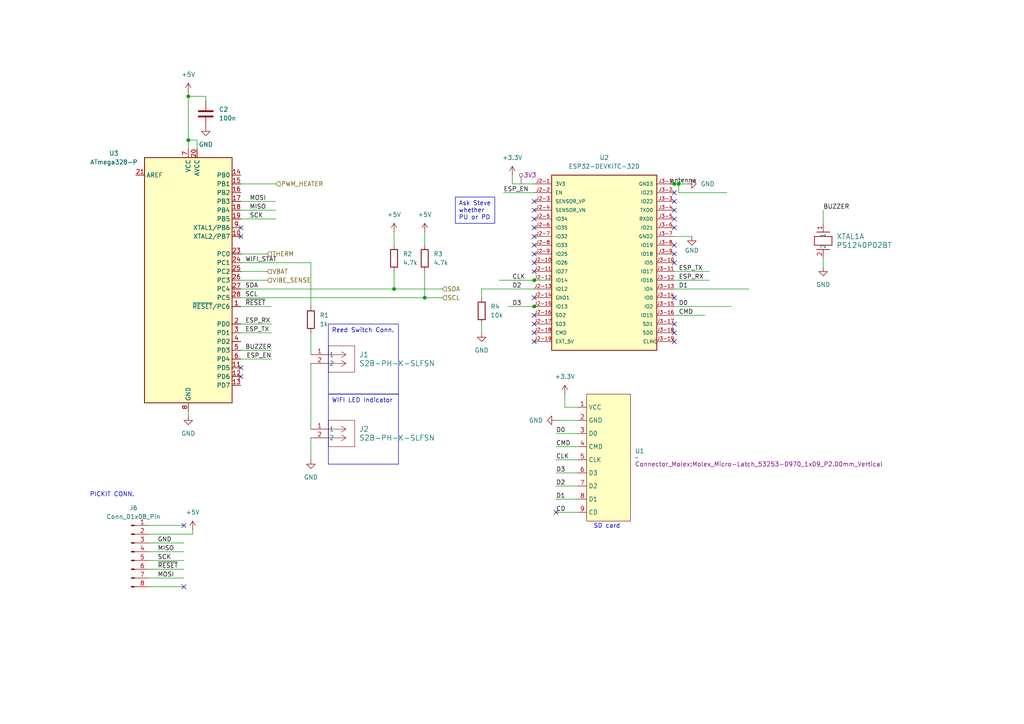
<source format=kicad_sch>
(kicad_sch (version 20231120) (generator "eeschema") (generator_version "8.0")
  (paper "A4")
  (title_block (title "Capstone") (date "2025-01-13") (company "University of Alberta") (comment 1 "Steven Sager") (comment 2 "Damien Huskic") (comment 3 "Tejash Ravish") (comment 4 "Max Schatz"))
  (lib_symbols
    (symbol "Capstone:ESP32-DEVKITC-32D" (pin_names (offset 1.016))
      (property "Reference" "U" (at -15.2572 26.0643 0))
      (property "Value" "ESP32-DEVKITC-32D" (at -15.2563 -27.9698 0))
      (symbol "ESP32-DEVKITC-32D_0_0"
        (rectangle (start -15.24 -25.4) (end 15.24 25.4) (stroke (width 0.254)) (fill (type background)))
        (pin power_in line (at -20.32 22.86 0) (length 5.08) (name "3V3") (number "J2-1"))
        (pin bidirectional line (at -20.32 0 0) (length 5.08) (name "IO26") (number "J2-10"))
        (pin bidirectional line (at -20.32 -2.54 0) (length 5.08) (name "IO27") (number "J2-11"))
        (pin bidirectional line (at -20.32 -5.08 0) (length 5.08) (name "IO14") (number "J2-12"))
        (pin bidirectional line (at -20.32 -7.62 0) (length 5.08) (name "IO12") (number "J2-13"))
        (pin power_in line (at -20.32 -10.16 0) (length 5.08) (name "GND1") (number "J2-14"))
        (pin bidirectional line (at -20.32 -12.7 0) (length 5.08) (name "IO13") (number "J2-15"))
        (pin bidirectional line (at -20.32 -15.24 0) (length 5.08) (name "SD2") (number "J2-16"))
        (pin bidirectional line (at -20.32 -17.78 0) (length 5.08) (name "SD3") (number "J2-17"))
        (pin bidirectional line (at -20.32 -20.32 0) (length 5.08) (name "CMD") (number "J2-18"))
        (pin power_in line (at -20.32 -22.86 0) (length 5.08) (name "EXT_5V") (number "J2-19"))
        (pin input line (at -20.32 20.32 0) (length 5.08) (name "EN") (number "J2-2"))
        (pin input line (at -20.32 17.78 0) (length 5.08) (name "SENSOR_VP") (number "J2-3"))
        (pin input line (at -20.32 15.24 0) (length 5.08) (name "SENSOR_VN") (number "J2-4"))
        (pin bidirectional line (at -20.32 12.7 0) (length 5.08) (name "IO34") (number "J2-5"))
        (pin bidirectional line (at -20.32 10.16 0) (length 5.08) (name "IO35") (number "J2-6"))
        (pin bidirectional line (at -20.32 7.62 0) (length 5.08) (name "IO32") (number "J2-7"))
        (pin bidirectional line (at -20.32 5.08 0) (length 5.08) (name "IO33") (number "J2-8"))
        (pin bidirectional line (at -20.32 2.54 0) (length 5.08) (name "IO25") (number "J2-9"))
        (pin power_in line (at 20.32 22.86 180) (length 5.08) (name "GND3") (number "J3-1"))
        (pin bidirectional line (at 20.32 0 180) (length 5.08) (name "IO5") (number "J3-10"))
        (pin bidirectional line (at 20.32 -2.54 180) (length 5.08) (name "IO17") (number "J3-11"))
        (pin bidirectional line (at 20.32 -5.08 180) (length 5.08) (name "IO16") (number "J3-12"))
        (pin bidirectional line (at 20.32 -7.62 180) (length 5.08) (name "IO4") (number "J3-13"))
        (pin bidirectional line (at 20.32 -10.16 180) (length 5.08) (name "IO0") (number "J3-14"))
        (pin bidirectional line (at 20.32 -12.7 180) (length 5.08) (name "IO2") (number "J3-15"))
        (pin bidirectional line (at 20.32 -15.24 180) (length 5.08) (name "IO15") (number "J3-16"))
        (pin bidirectional line (at 20.32 -17.78 180) (length 5.08) (name "SD1") (number "J3-17"))
        (pin bidirectional line (at 20.32 -20.32 180) (length 5.08) (name "SD0") (number "J3-18"))
        (pin input clock (at 20.32 -22.86 180) (length 5.08) (name "CLK") (number "J3-19"))
        (pin bidirectional line (at 20.32 20.32 180) (length 5.08) (name "IO23") (number "J3-2"))
        (pin bidirectional line (at 20.32 17.78 180) (length 5.08) (name "IO22") (number "J3-3"))
        (pin output line (at 20.32 15.24 180) (length 5.08) (name "TXD0") (number "J3-4"))
        (pin input line (at 20.32 12.7 180) (length 5.08) (name "RXD0") (number "J3-5"))
        (pin bidirectional line (at 20.32 10.16 180) (length 5.08) (name "IO21") (number "J3-6"))
        (pin power_in line (at 20.32 7.62 180) (length 5.08) (name "GND2") (number "J3-7"))
        (pin bidirectional line (at 20.32 5.08 180) (length 5.08) (name "IO19") (number "J3-8"))
        (pin bidirectional line (at 20.32 2.54 180) (length 5.08) (name "IO18") (number "J3-9"))
      )
    )
    (symbol "Capstone:PS1240P02BT" (pin_names (offset 0.254))
      (property "Reference" "XTAL" (at 5.08 4.445 0))
      (property "Value" "PS1240P02BT" (at 5.08 -4.445 0))
      (symbol "PS1240P02BT_1_1"
        (polyline (pts (xy 2.54 -1.905) (xy 2.54 1.905)) (stroke (width 0.2032)))
        (polyline (pts (xy 3.81 -2.54) (xy 3.81 2.54)) (stroke (width 0.2032)))
        (polyline (pts (xy 3.81 2.54) (xy 6.35 2.54)) (stroke (width 0.2032)))
        (polyline (pts (xy 6.35 -2.54) (xy 3.81 -2.54)) (stroke (width 0.2032)))
        (polyline (pts (xy 6.35 2.54) (xy 6.35 -2.54)) (stroke (width 0.2032)))
        (polyline (pts (xy 7.62 -1.905) (xy 7.62 1.905)) (stroke (width 0.2032)))
        (pin unspecified line (at 0 0 0) (length 2.54) (name "1") (number "1"))
        (pin unspecified line (at 10.16 0 180) (length 2.54) (name "2") (number "2"))
      )
      (symbol "PS1240P02BT_1_2"
        (polyline (pts (xy -2.54 3.81) (xy -2.54 6.35)) (stroke (width 0.2032)))
        (polyline (pts (xy -2.54 6.35) (xy 2.54 6.35)) (stroke (width 0.2032)))
        (polyline (pts (xy 1.905 2.54) (xy -1.905 2.54)) (stroke (width 0.2032)))
        (polyline (pts (xy 1.905 7.62) (xy -1.905 7.62)) (stroke (width 0.2032)))
        (polyline (pts (xy 2.54 3.81) (xy -2.54 3.81)) (stroke (width 0.2032)))
        (polyline (pts (xy 2.54 6.35) (xy 2.54 3.81)) (stroke (width 0.2032)))
        (pin unspecified line (at 0 0 90) (length 2.54) (name "1") (number "1"))
        (pin unspecified line (at 0 10.16 270) (length 2.54) (name "2") (number "2"))
      )
      (symbol "PS1240P02BT_2_1"
        (polyline (pts (xy -2.54 3.81) (xy -2.54 6.35)) (stroke (width 0.2032)))
        (polyline (pts (xy -2.54 6.35) (xy 2.54 6.35)) (stroke (width 0.2032)))
        (polyline (pts (xy 1.905 2.54) (xy -1.905 2.54)) (stroke (width 0.2032)))
        (polyline (pts (xy 1.905 7.62) (xy -1.905 7.62)) (stroke (width 0.2032)))
        (polyline (pts (xy 2.54 3.81) (xy -2.54 3.81)) (stroke (width 0.2032)))
        (polyline (pts (xy 2.54 6.35) (xy 2.54 3.81)) (stroke (width 0.2032)))
      )
      (symbol "PS1240P02BT_2_2"
        (polyline (pts (xy -2.54 3.81) (xy -2.54 6.35)) (stroke (width 0.2032)))
        (polyline (pts (xy -2.54 6.35) (xy 2.54 6.35)) (stroke (width 0.2032)))
        (polyline (pts (xy 1.905 2.54) (xy -1.905 2.54)) (stroke (width 0.2032)))
        (polyline (pts (xy 1.905 7.62) (xy -1.905 7.62)) (stroke (width 0.2032)))
        (polyline (pts (xy 2.54 3.81) (xy -2.54 3.81)) (stroke (width 0.2032)))
        (polyline (pts (xy 2.54 6.35) (xy 2.54 3.81)) (stroke (width 0.2032)))
      )
    )
    (symbol "Capstone:S2B-PH-K-SLFSN" (pin_names (offset 0.254))
      (property "Reference" "J" (at 8.89 6.35 0))
      (property "Value" "S2B-PH-K-SLFSN" (at 0 0 0))
      (symbol "S2B-PH-K-SLFSN_1_1"
        (polyline (pts (xy 5.08 -5.08) (xy 12.7 -5.08)) (stroke (width 0.127)))
        (polyline (pts (xy 5.08 2.54) (xy 5.08 -5.08)) (stroke (width 0.127)))
        (polyline (pts (xy 10.16 -2.54) (xy 5.08 -2.54)) (stroke (width 0.127)))
        (polyline (pts (xy 10.16 -2.54) (xy 8.89 -3.3867)) (stroke (width 0.127)))
        (polyline (pts (xy 10.16 -2.54) (xy 8.89 -1.6933)) (stroke (width 0.127)))
        (polyline (pts (xy 10.16 0) (xy 5.08 0)) (stroke (width 0.127)))
        (polyline (pts (xy 10.16 0) (xy 8.89 -0.8467)) (stroke (width 0.127)))
        (polyline (pts (xy 10.16 0) (xy 8.89 0.8467)) (stroke (width 0.127)))
        (polyline (pts (xy 12.7 -5.08) (xy 12.7 2.54)) (stroke (width 0.127)))
        (polyline (pts (xy 12.7 2.54) (xy 5.08 2.54)) (stroke (width 0.127)))
        (pin unspecified line (at 0 0 0) (length 5.08) (name "1") (number "1"))
        (pin unspecified line (at 0 -2.54 0) (length 5.08) (name "2") (number "2"))
      )
      (symbol "S2B-PH-K-SLFSN_1_2"
        (polyline (pts (xy 5.08 -5.08) (xy 12.7 -5.08)) (stroke (width 0.127)))
        (polyline (pts (xy 5.08 2.54) (xy 5.08 -5.08)) (stroke (width 0.127)))
        (polyline (pts (xy 7.62 -2.54) (xy 5.08 -2.54)) (stroke (width 0.127)))
        (polyline (pts (xy 7.62 -2.54) (xy 8.89 -3.3867)) (stroke (width 0.127)))
        (polyline (pts (xy 7.62 -2.54) (xy 8.89 -1.6933)) (stroke (width 0.127)))
        (polyline (pts (xy 7.62 0) (xy 5.08 0)) (stroke (width 0.127)))
        (polyline (pts (xy 7.62 0) (xy 8.89 -0.8467)) (stroke (width 0.127)))
        (polyline (pts (xy 7.62 0) (xy 8.89 0.8467)) (stroke (width 0.127)))
        (polyline (pts (xy 12.7 -5.08) (xy 12.7 2.54)) (stroke (width 0.127)))
        (polyline (pts (xy 12.7 2.54) (xy 5.08 2.54)) (stroke (width 0.127)))
        (pin unspecified line (at 0 0 0) (length 5.08) (name "1") (number "1"))
        (pin unspecified line (at 0 -2.54 0) (length 5.08) (name "2") (number "2"))
      )
    )
    (symbol "Capstone:SD_Card"
      (property "Reference" "U1" (at 7.62 -10.1599 0))
      (property "Value" "~" (at 7.62 -12.065 0))
      (property "Footprint" "Connector_Molex:Molex_Micro-Latch_53253-0970_1x09_P2.00mm_Vertical" (at 7.62 -13.9699 0))
      (symbol "SD_Card_1_1"
        (rectangle (start -6.35 6.35) (end 6.35 -30.48) (fill (type background)))
        (pin power_in line (at -8.89 2.54 0) (length 2.54) (name "VCC") (number "1"))
        (pin passive line (at -8.89 -1.27 0) (length 2.54) (name "GND") (number "2"))
        (pin passive line (at -8.89 -5.08 0) (length 2.54) (name "D0") (number "3"))
        (pin passive line (at -8.89 -8.89 0) (length 2.54) (name "CMD") (number "4"))
        (pin passive line (at -8.89 -12.7 0) (length 2.54) (name "CLK") (number "5"))
        (pin passive line (at -8.89 -16.51 0) (length 2.54) (name "D3") (number "6"))
        (pin passive line (at -8.89 -20.32 0) (length 2.54) (name "D2") (number "7"))
        (pin passive line (at -8.89 -24.13 0) (length 2.54) (name "D1") (number "8"))
        (pin passive line (at -8.89 -27.94 0) (length 2.54) (name "CD") (number "9"))
      )
    )
    (symbol "Connector:Conn_01x08_Pin" (pin_names (offset 1.016) hide)
      (property "Reference" "J" (at 0 10.16 0))
      (property "Value" "Conn_01x08_Pin" (at 0 -12.7 0))
      (symbol "Conn_01x08_Pin_1_1"
        (polyline (pts (xy 1.27 -10.16) (xy 0.8636 -10.16)) (stroke (width 0.1524)))
        (polyline (pts (xy 1.27 -7.62) (xy 0.8636 -7.62)) (stroke (width 0.1524)))
        (polyline (pts (xy 1.27 -5.08) (xy 0.8636 -5.08)) (stroke (width 0.1524)))
        (polyline (pts (xy 1.27 -2.54) (xy 0.8636 -2.54)) (stroke (width 0.1524)))
        (polyline (pts (xy 1.27 0) (xy 0.8636 0)) (stroke (width 0.1524)))
        (polyline (pts (xy 1.27 2.54) (xy 0.8636 2.54)) (stroke (width 0.1524)))
        (polyline (pts (xy 1.27 5.08) (xy 0.8636 5.08)) (stroke (width 0.1524)))
        (polyline (pts (xy 1.27 7.62) (xy 0.8636 7.62)) (stroke (width 0.1524)))
        (rectangle (start 0.8636 -10.033) (end 0 -10.287) (stroke (width 0.1524)) (fill (type outline)))
        (rectangle (start 0.8636 -7.493) (end 0 -7.747) (stroke (width 0.1524)) (fill (type outline)))
        (rectangle (start 0.8636 -4.953) (end 0 -5.207) (stroke (width 0.1524)) (fill (type outline)))
        (rectangle (start 0.8636 -2.413) (end 0 -2.667) (stroke (width 0.1524)) (fill (type outline)))
        (rectangle (start 0.8636 0.127) (end 0 -0.127) (stroke (width 0.1524)) (fill (type outline)))
        (rectangle (start 0.8636 2.667) (end 0 2.413) (stroke (width 0.1524)) (fill (type outline)))
        (rectangle (start 0.8636 5.207) (end 0 4.953) (stroke (width 0.1524)) (fill (type outline)))
        (rectangle (start 0.8636 7.747) (end 0 7.493) (stroke (width 0.1524)) (fill (type outline)))
        (pin passive line (at 5.08 7.62 180) (length 3.81) (name "Pin_1") (number "1"))
        (pin passive line (at 5.08 5.08 180) (length 3.81) (name "Pin_2") (number "2"))
        (pin passive line (at 5.08 2.54 180) (length 3.81) (name "Pin_3") (number "3"))
        (pin passive line (at 5.08 0 180) (length 3.81) (name "Pin_4") (number "4"))
        (pin passive line (at 5.08 -2.54 180) (length 3.81) (name "Pin_5") (number "5"))
        (pin passive line (at 5.08 -5.08 180) (length 3.81) (name "Pin_6") (number "6"))
        (pin passive line (at 5.08 -7.62 180) (length 3.81) (name "Pin_7") (number "7"))
        (pin passive line (at 5.08 -10.16 180) (length 3.81) (name "Pin_8") (number "8"))
      )
    )
    (symbol "Device:C" (pin_numbers hide) (pin_names (offset 0.254))
      (property "Reference" "C" (at 0.635 2.54 0))
      (property "Value" "C" (at 0.635 -2.54 0))
      (symbol "C_0_1"
        (polyline (pts (xy -2.032 -0.762) (xy 2.032 -0.762)) (stroke (width 0.508)))
        (polyline (pts (xy -2.032 0.762) (xy 2.032 0.762)) (stroke (width 0.508)))
      )
      (symbol "C_1_1"
        (pin passive line (at 0 3.81 270) (length 2.794) (name "~") (number "1"))
        (pin passive line (at 0 -3.81 90) (length 2.794) (name "~") (number "2"))
      )
    )
    (symbol "Device:R" (pin_numbers hide) (pin_names (offset 0))
      (property "Reference" "R" (at 2.032 0 90))
      (property "Value" "R" (at 0 0 90))
      (symbol "R_0_1"
        (rectangle (start -1.016 -2.54) (end 1.016 2.54) (stroke (width 0.254)))
      )
      (symbol "R_1_1"
        (pin passive line (at 0 3.81 270) (length 1.27) (name "~") (number "1"))
        (pin passive line (at 0 -3.81 90) (length 1.27) (name "~") (number "2"))
      )
    )
    (symbol "MCU_Microchip_ATmega:ATmega328-P"
      (property "Reference" "U" (at -12.7 36.83 0))
      (property "Value" "ATmega328-P" (at 2.54 -36.83 0))
      (symbol "ATmega328-P_0_1"
        (rectangle (start -12.7 -35.56) (end 12.7 35.56) (stroke (width 0.254)) (fill (type background)))
      )
      (symbol "ATmega328-P_1_1"
        (pin bidirectional line (at 15.24 -7.62 180) (length 2.54) (name "~{RESET}/PC6") (number "1"))
        (pin bidirectional line (at 15.24 12.7 180) (length 2.54) (name "XTAL2/PB7") (number "10"))
        (pin bidirectional line (at 15.24 -25.4 180) (length 2.54) (name "PD5") (number "11"))
        (pin bidirectional line (at 15.24 -27.94 180) (length 2.54) (name "PD6") (number "12"))
        (pin bidirectional line (at 15.24 -30.48 180) (length 2.54) (name "PD7") (number "13"))
        (pin bidirectional line (at 15.24 30.48 180) (length 2.54) (name "PB0") (number "14"))
        (pin bidirectional line (at 15.24 27.94 180) (length 2.54) (name "PB1") (number "15"))
        (pin bidirectional line (at 15.24 25.4 180) (length 2.54) (name "PB2") (number "16"))
        (pin bidirectional line (at 15.24 22.86 180) (length 2.54) (name "PB3") (number "17"))
        (pin bidirectional line (at 15.24 20.32 180) (length 2.54) (name "PB4") (number "18"))
        (pin bidirectional line (at 15.24 17.78 180) (length 2.54) (name "PB5") (number "19"))
        (pin bidirectional line (at 15.24 -12.7 180) (length 2.54) (name "PD0") (number "2"))
        (pin power_in line (at 2.54 38.1 270) (length 2.54) (name "AVCC") (number "20"))
        (pin passive line (at -15.24 30.48 0) (length 2.54) (name "AREF") (number "21"))
        (pin passive line (at 0 -38.1 90) (length 2.54) hide (name "GND") (number "22"))
        (pin bidirectional line (at 15.24 7.62 180) (length 2.54) (name "PC0") (number "23"))
        (pin bidirectional line (at 15.24 5.08 180) (length 2.54) (name "PC1") (number "24"))
        (pin bidirectional line (at 15.24 2.54 180) (length 2.54) (name "PC2") (number "25"))
        (pin bidirectional line (at 15.24 0 180) (length 2.54) (name "PC3") (number "26"))
        (pin bidirectional line (at 15.24 -2.54 180) (length 2.54) (name "PC4") (number "27"))
        (pin bidirectional line (at 15.24 -5.08 180) (length 2.54) (name "PC5") (number "28"))
        (pin bidirectional line (at 15.24 -15.24 180) (length 2.54) (name "PD1") (number "3"))
        (pin bidirectional line (at 15.24 -17.78 180) (length 2.54) (name "PD2") (number "4"))
        (pin bidirectional line (at 15.24 -20.32 180) (length 2.54) (name "PD3") (number "5"))
        (pin bidirectional line (at 15.24 -22.86 180) (length 2.54) (name "PD4") (number "6"))
        (pin power_in line (at 0 38.1 270) (length 2.54) (name "VCC") (number "7"))
        (pin power_in line (at 0 -38.1 90) (length 2.54) (name "GND") (number "8"))
        (pin bidirectional line (at 15.24 15.24 180) (length 2.54) (name "XTAL1/PB6") (number "9"))
      )
    )
    (symbol "power:+5V" (power) (pin_numbers hide) (pin_names (offset 0) hide)
      (property "Value" "+5V" (at 0 3.556 0))
      (symbol "+5V_0_1"
        (polyline (pts (xy -0.762 1.27) (xy 0 2.54)))
        (polyline (pts (xy 0 0) (xy 0 2.54)))
        (polyline (pts (xy 0 2.54) (xy 0.762 1.27)))
      )
      (symbol "+5V_1_1"
        (pin power_in line (at 0 0 90) (length 0) (name "~") (number "1"))
      )
    )
    (symbol "power:GND" (power) (pin_numbers hide) (pin_names (offset 0) hide)
      (property "Value" "GND" (at 0 -3.81 0))
      (symbol "GND_0_1"
        (polyline (pts (xy 0 0) (xy 0 -1.27) (xy 1.27 -1.27) (xy 0 -2.54) (xy -1.27 -1.27) (xy 0 -1.27)))
      )
      (symbol "GND_1_1"
        (pin power_in line (at 0 0 270) (length 0) (name "~") (number "1"))
      )
    )
  )
  (junction (at 195.58 53.34))
  (junction (at 54.61 27.94))
  (junction (at 154.94 88.9))
  (junction (at 154.94 81.28))
  (junction (at 196.85 53.34))
  (junction (at 114.3 83.82))
  (junction (at 54.61 40.64))
  (junction (at 123.19 86.36))
  (no_connect (at 195.58 71.12))
  (no_connect (at 195.58 76.2))
  (no_connect (at 53.34 152.4))
  (no_connect (at 195.58 96.52))
  (no_connect (at 195.58 86.36))
  (no_connect (at 69.85 106.68))
  (no_connect (at 161.29 148.59))
  (no_connect (at 154.94 86.36))
  (no_connect (at 154.94 68.58))
  (no_connect (at 154.94 96.52))
  (no_connect (at 53.34 170.18))
  (no_connect (at 195.58 93.98))
  (no_connect (at 69.85 68.58))
  (no_connect (at 154.94 66.04))
  (no_connect (at 195.58 58.42))
  (no_connect (at 154.94 91.44))
  (no_connect (at 154.94 73.66))
  (no_connect (at 195.58 60.96))
  (no_connect (at 69.85 66.04))
  (no_connect (at 195.58 55.88))
  (no_connect (at 154.94 60.96))
  (no_connect (at 195.58 99.06))
  (no_connect (at 195.58 66.04))
  (no_connect (at 154.94 71.12))
  (no_connect (at 154.94 76.2))
  (no_connect (at 69.85 109.22))
  (no_connect (at 154.94 63.5))
  (no_connect (at 154.94 78.74))
  (no_connect (at 195.58 63.5))
  (no_connect (at 154.94 99.06))
  (no_connect (at 195.58 73.66))
  (no_connect (at 154.94 58.42))
  (no_connect (at 154.94 93.98))
  (wire (pts (xy 69.85 101.6) (xy 78.74 101.6)))
  (wire (pts (xy 43.18 167.64) (xy 53.34 167.64)))
  (wire (pts (xy 43.18 152.4) (xy 53.34 152.4)))
  (wire (pts (xy 161.29 140.97) (xy 167.64 140.97)))
  (wire (pts (xy 167.64 133.35) (xy 161.29 133.35)))
  (wire (pts (xy 195.58 68.58) (xy 200.66 68.58)))
  (wire (pts (xy 114.3 78.74) (xy 114.3 83.82)))
  (wire (pts (xy 161.29 121.92) (xy 167.64 121.92)))
  (wire (pts (xy 196.85 53.34) (xy 199.39 53.34)))
  (wire (pts (xy 147.32 88.9) (xy 154.94 88.9)))
  (wire (pts (xy 195.58 88.9) (xy 212.09 88.9)))
  (wire (pts (xy 114.3 83.82) (xy 128.27 83.82)))
  (wire (pts (xy 156.21 88.9) (xy 154.94 88.9)))
  (wire (pts (xy 54.61 40.64) (xy 54.61 43.18)))
  (wire (pts (xy 161.29 148.59) (xy 167.64 148.59)))
  (wire (pts (xy 59.69 27.94) (xy 59.69 29.21)))
  (wire (pts (xy 69.85 96.52) (xy 78.74 96.52)))
  (wire (pts (xy 90.17 96.52) (xy 90.17 102.87)))
  (wire (pts (xy 69.85 88.9) (xy 78.74 88.9)))
  (wire (pts (xy 69.85 78.74) (xy 77.47 78.74)))
  (wire (pts (xy 146.05 55.88) (xy 154.94 55.88)))
  (wire (pts (xy 55.88 153.67) (xy 55.88 154.94)))
  (wire (pts (xy 195.58 81.28) (xy 205.74 81.28)))
  (wire (pts (xy 144.78 81.28) (xy 154.94 81.28)))
  (wire (pts (xy 69.85 73.66) (xy 77.47 73.66)))
  (wire (pts (xy 195.58 91.44) (xy 204.47 91.44)))
  (wire (pts (xy 54.61 119.38) (xy 54.61 120.65)))
  (wire (pts (xy 69.85 86.36) (xy 123.19 86.36)))
  (wire (pts (xy 54.61 27.94) (xy 54.61 40.64)))
  (wire (pts (xy 114.3 67.31) (xy 114.3 71.12)))
  (wire (pts (xy 161.29 137.16) (xy 167.64 137.16)))
  (wire (pts (xy 69.85 83.82) (xy 114.3 83.82)))
  (wire (pts (xy 161.29 129.54) (xy 167.64 129.54)))
  (wire (pts (xy 238.76 74.93) (xy 238.76 77.47)))
  (wire (pts (xy 69.85 60.96) (xy 80.01 60.96)))
  (wire (pts (xy 69.85 81.28) (xy 77.47 81.28)))
  (wire (pts (xy 43.18 154.94) (xy 55.88 154.94)))
  (wire (pts (xy 160.02 81.28) (xy 154.94 81.28)))
  (wire (pts (xy 54.61 26.67) (xy 54.61 27.94)))
  (wire (pts (xy 195.58 53.34) (xy 196.85 53.34)))
  (wire (pts (xy 123.19 78.74) (xy 123.19 86.36)))
  (wire (pts (xy 196.85 55.88) (xy 210.82 55.88)))
  (wire (pts (xy 148.59 50.8) (xy 148.59 53.34)))
  (wire (pts (xy 194.31 53.34) (xy 195.58 53.34)))
  (wire (pts (xy 195.58 78.74) (xy 205.74 78.74)))
  (wire (pts (xy 69.85 63.5) (xy 80.01 63.5)))
  (wire (pts (xy 43.18 170.18) (xy 53.34 170.18)))
  (wire (pts (xy 69.85 76.2) (xy 90.17 76.2)))
  (wire (pts (xy 148.59 53.34) (xy 154.94 53.34)))
  (wire (pts (xy 69.85 104.14) (xy 78.74 104.14)))
  (wire (pts (xy 238.76 60.96) (xy 238.76 64.77)))
  (wire (pts (xy 90.17 105.41) (xy 90.17 124.46)))
  (wire (pts (xy 123.19 86.36) (xy 128.27 86.36)))
  (wire (pts (xy 43.18 157.48) (xy 53.34 157.48)))
  (wire (pts (xy 69.85 58.42) (xy 80.01 58.42)))
  (wire (pts (xy 43.18 165.1) (xy 53.34 165.1)))
  (wire (pts (xy 90.17 133.35) (xy 90.17 127)))
  (wire (pts (xy 57.15 40.64) (xy 54.61 40.64)))
  (wire (pts (xy 195.58 83.82) (xy 217.17 83.82)))
  (wire (pts (xy 123.19 67.31) (xy 123.19 71.12)))
  (wire (pts (xy 161.29 144.78) (xy 167.64 144.78)))
  (wire (pts (xy 59.69 27.94) (xy 54.61 27.94)))
  (wire (pts (xy 161.29 125.73) (xy 167.64 125.73)))
  (wire (pts (xy 90.17 76.2) (xy 90.17 88.9)))
  (wire (pts (xy 43.18 160.02) (xy 53.34 160.02)))
  (wire (pts (xy 139.7 93.98) (xy 139.7 96.52)))
  (wire (pts (xy 163.83 114.3) (xy 163.83 118.11)))
  (wire (pts (xy 163.83 118.11) (xy 167.64 118.11)))
  (wire (pts (xy 139.7 86.36) (xy 139.7 83.82)))
  (wire (pts (xy 69.85 93.98) (xy 78.74 93.98)))
  (wire (pts (xy 139.7 83.82) (xy 154.94 83.82)))
  (wire (pts (xy 43.18 162.56) (xy 53.34 162.56)))
  (wire (pts (xy 196.85 53.34) (xy 196.85 55.88)))
  (wire (pts (xy 69.85 53.34) (xy 80.01 53.34)))
  (wire (pts (xy 57.15 43.18) (xy 57.15 40.64)))
  (text_box "Reed Switch Conn." (at 95.25 93.98 0) (size 20.32 20.32) (effects (font (size 1.27 1.27)) (justify left top)))
  (text_box "WIFI LED Indicator\n" (at 95.25 114.3 0) (size 20.32 20.32) (effects (font (size 1.27 1.27)) (justify left top)))
  (text_box "Ask Steve whether PU or PD" (at 132.08 57.15 0) (size 11.43 7.62) (effects (font (size 1.27 1.27)) (justify left top)))
  (text "PICKIT CONN." (at 32.512 143.51 0) (effects (font (size 1.27 1.27))))
  (text "SD card\n" (at 176.022 152.654 0) (effects (font (size 1.27 1.27))))
  (label "D2" (at 148.59 83.82 0))
  (label "antenna" (at 194.31 53.34 0))
  (label "SCK" (at 45.72 162.56 0))
  (label "MOSI" (at 45.72 167.64 0))
  (label "D2" (at 161.29 140.97 0))
  (label "CD" (at 161.29 148.59 0))
  (label "D3" (at 161.29 137.16 0))
  (label "CLK" (at 161.29 133.35 0))
  (label "D1" (at 161.29 144.78 0))
  (label "D1" (at 196.85 83.82 0))
  (label "ESP_TX" (at 196.85 78.74 0))
  (label "SCK" (at 72.39 63.5 0))
  (label "MISO" (at 72.39 60.96 0))
  (label "BUZZER" (at 238.76 60.96 0))
  (label "SDA" (at 71.12 83.82 0))
  (label "GND" (at 45.72 157.48 0))
  (label "MOSI" (at 72.39 58.42 0))
  (label "D0" (at 161.29 125.73 0))
  (label "ESP_RX" (at 71.12 93.98 0))
  (label "ESP_RX" (at 196.85 81.28 0))
  (label "ESP_EN" (at 146.05 55.88 0))
  (label "WIFI_STAT" (at 71.12 76.2 0))
  (label "BUZZER" (at 71.12 101.6 0))
  (label "ESP_TX" (at 71.12 96.52 0))
  (label "ESP_EN" (at 78.74 104.14 180))
  (label "CLK" (at 148.59 81.28 0))
  (label "D0" (at 196.85 88.9 0))
  (label "D3" (at 148.59 88.9 0))
  (label "~{RESET}" (at 71.12 88.9 0))
  (label "MISO" (at 45.72 160.02 0))
  (label "CMD" (at 161.29 129.54 0))
  (label "SCL" (at 71.12 86.36 0))
  (label "CMD" (at 196.85 91.44 0))
  (label "~{RESET}" (at 45.72 165.1 0))
  (hierarchical_label "VIBE_SENSE" (shape input) (at 77.47 81.28 0))
  (hierarchical_label "THERM" (shape input) (at 77.47 73.66 0))
  (hierarchical_label "SDA" (shape input) (at 128.27 83.82 0))
  (hierarchical_label "VBAT" (shape input) (at 77.47 78.74 0))
  (hierarchical_label "SCL" (shape input) (at 128.27 86.36 0))
  (hierarchical_label "PWM_HEATER" (shape input) (at 80.01 53.34 0))
  (netclass_flag "" (length 2.54) (shape round) (at 151.13 53.34 0) (property "Netclass" "3V3" (at 151.8285 50.8 0) (effects (font (italic yes)) (justify left))))
  (symbol (lib_id "power:+5V") (at 114.3 67.31 0) (unit 1)
    (property "Reference" "#PWR011" (effects (hide yes)))
    (property "Value" "+5V" (at 114.3 62.23 0))
    (property "Description" "Power symbol creates a global label with name \"+5V\"" (effects (hide yes)))
  )
  (symbol (lib_id "power:GND") (at 161.29 121.92 270) (unit 1)
    (property "Reference" "#PWR02" (effects (hide yes)))
    (property "Value" "GND" (at 157.48 121.9199 90) (effects (justify right)))
    (property "Description" "Power symbol creates a global label with name \"GND\" , ground" (effects (hide yes)))
  )
  (symbol (lib_id "power:GND") (at 54.61 120.65 0) (unit 1)
    (property "Reference" "#PWR08" (effects (hide yes)))
    (property "Value" "GND" (at 54.61 125.73 0))
    (property "Description" "Power symbol creates a global label with name \"GND\" , ground" (effects (hide yes)))
  )
  (symbol (lib_id "Capstone:SD_Card") (at 176.53 120.65 0) (unit 1)
    (property "Reference" "U1" (at 184.15 130.8099 0) (effects (justify left)))
    (property "Value" "~" (at 184.15 132.715 0) (effects (justify left)))
    (property "Footprint" "Connector_Molex:Molex_Micro-Latch_53253-0970_1x09_P2.00mm_Vertical" (at 184.15 134.6199 0) (effects (justify left)))
  )
  (symbol (lib_id "power:+5V") (at 55.88 153.67 0) (unit 1)
    (property "Reference" "#PWR015" (effects (hide yes)))
    (property "Value" "+5V" (at 55.88 148.59 0))
    (property "Description" "Power symbol creates a global label with name \"+5V\"" (effects (hide yes)))
  )
  (symbol (lib_id "power:GND") (at 59.69 36.83 0) (unit 1)
    (property "Reference" "#PWR09" (effects (hide yes)))
    (property "Value" "GND" (at 59.69 41.91 0))
    (property "Description" "Power symbol creates a global label with name \"GND\" , ground" (effects (hide yes)))
  )
  (symbol (lib_id "power:GND") (at 90.17 133.35 0) (unit 1)
    (property "Reference" "#PWR06" (effects (hide yes)))
    (property "Value" "GND" (at 90.17 138.43 0))
    (property "Description" "Power symbol creates a global label with name \"GND\" , ground" (effects (hide yes)))
  )
  (symbol (lib_id "Device:R") (at 123.19 74.93 0) (unit 1)
    (property "Reference" "R3" (at 125.73 73.6599 0) (effects (justify left)))
    (property "Value" "4.7k" (at 125.73 76.1999 0) (effects (justify left)))
    (property "Footprint" "Resistor_SMD:R_1206_3216Metric_Pad1.30x1.75mm_HandSolder" (effects (hide yes)))
    (property "Description" "Resistor" (effects (hide yes)))
  )
  (symbol (lib_id "Device:R") (at 90.17 92.71 0) (unit 1)
    (property "Reference" "R1" (at 92.71 91.4399 0) (effects (justify left)))
    (property "Value" "1k" (at 92.71 93.9799 0) (effects (justify left)))
    (property "Footprint" "Resistor_SMD:R_1206_3216Metric_Pad1.30x1.75mm_HandSolder" (effects (hide yes)))
    (property "Description" "Resistor" (effects (hide yes)))
  )
  (symbol (lib_id "power:GND") (at 199.39 53.34 90) (unit 1)
    (property "Reference" "#PWR03" (effects (hide yes)))
    (property "Value" "GND" (at 203.2 53.3399 90) (effects (justify right)))
    (property "Description" "Power symbol creates a global label with name \"GND\" , ground" (effects (hide yes)))
  )
  (symbol (lib_id "power:+5V") (at 148.59 50.8 0) (unit 1)
    (property "Reference" "#PWR01" (effects (hide yes)))
    (property "Value" "+3.3V" (at 148.59 45.72 0))
    (property "Description" "Power symbol creates a global label with name \"+5V\"" (effects (hide yes)))
  )
  (symbol (lib_id "Capstone:ESP32-DEVKITC-32D") (at 175.26 76.2 0) (unit 1)
    (property "Reference" "U2" (at 175.26 45.72 0))
    (property "Value" "ESP32-DEVKITC-32D" (at 175.26 48.26 0))
    (property "Footprint" "Capstone:MODULE_ESP32-DEVKITC-32D" (effects (hide yes)))
    (property "MF" "Espressif Systems" (effects (hide yes)))
    (property "MAXIMUM_PACKAGE_HEIGHT" "N/A" (effects (hide yes)))
    (property "Package" "None" (effects (hide yes)))
    (property "Price" "None" (effects (hide yes)))
    (property "Check_prices" "https://www.snapeda.com/parts/ESP32-DEVKITC-32D/Espressif+Systems/view-part/?ref=eda" (effects (hide yes)))
    (property "STANDARD" "Manufacturer Recommendations" (effects (hide yes)))
    (property "PARTREV" "V4" (effects (hide yes)))
    (property "SnapEDA_Link" "https://www.snapeda.com/parts/ESP32-DEVKITC-32D/Espressif+Systems/view-part/?ref=snap" (effects (hide yes)))
    (property "MP" "ESP32-DEVKITC-32D" (effects (hide yes)))
    (property "Description_1" "\n                        \n                            WiFi Development Tools (802.11) ESP32 General Development Kit, ESP32-WROOM-32D on the board\n                        \n" (effects (hide yes)))
    (property "MANUFACTURER" "Espressif Systems" (effects (hide yes)))
    (property "Availability" "In Stock" (effects (hide yes)))
    (property "SNAPEDA_PN" "ESP32-DEVKITC-32D" (effects (hide yes)))
  )
  (symbol (lib_id "MCU_Microchip_ATmega:ATmega328-P") (at 54.61 81.28 0) (unit 1)
    (property "Reference" "U3" (at 33.02 44.4814 0))
    (property "Value" "ATmega328-P" (at 33.02 47.0214 0))
    (property "Footprint" "Package_DIP:DIP-28_W7.62mm" (effects (hide yes)))
    (property "Datasheet" "http://ww1.microchip.com/downloads/en/DeviceDoc/ATmega328_P%20AVR%20MCU%20with%20picoPower%20Technology%20Data%20Sheet%2040001984A.pdf" (effects (hide yes)))
    (property "Description" "20MHz, 32kB Flash, 2kB SRAM, 1kB EEPROM, DIP-28" (effects (hide yes)))
  )
  (symbol (lib_id "Capstone:PS1240P02BT") (at 238.76 64.77 270) (unit 1)
    (property "Reference" "XTAL1" (at 242.57 68.5799 90) (effects (font (size 1.524 1.524)) (justify left)))
    (property "Value" "PS1240P02BT" (at 242.57 71.1199 90) (effects (font (size 1.524 1.524)) (justify left)))
    (property "Footprint" "Capstone:XTAL_PS1240P02BT_TDK" (effects (hide yes)))
    (property "Datasheet" "PS1240P02BT" (effects (hide yes)))
  )
  (symbol (lib_id "power:GND") (at 139.7 96.52 0) (unit 1)
    (property "Reference" "#PWR014" (effects (hide yes)))
    (property "Value" "GND" (at 139.7 101.6 0))
    (property "Description" "Power symbol creates a global label with name \"GND\" , ground" (effects (hide yes)))
  )
  (symbol (lib_id "power:+5V") (at 54.61 26.67 0) (unit 1)
    (property "Reference" "#PWR07" (effects (hide yes)))
    (property "Value" "+5V" (at 54.61 21.59 0))
    (property "Description" "Power symbol creates a global label with name \"+5V\"" (effects (hide yes)))
  )
  (symbol (lib_id "power:+5V") (at 163.83 114.3 0) (unit 1)
    (property "Reference" "#PWR016" (effects (hide yes)))
    (property "Value" "+3.3V" (at 163.83 109.22 0))
    (property "Description" "Power symbol creates a global label with name \"+5V\"" (effects (hide yes)))
  )
  (symbol (lib_id "power:GND") (at 238.76 77.47 0) (unit 1)
    (property "Reference" "#PWR032" (effects (hide yes)))
    (property "Value" "GND" (at 238.76 82.55 0))
    (property "Description" "Power symbol creates a global label with name \"GND\" , ground" (effects (hide yes)))
  )
  (symbol (lib_id "Device:C") (at 59.69 33.02 0) (unit 1)
    (property "Reference" "C2" (at 63.5 31.7499 0) (effects (justify left)))
    (property "Value" "100n" (at 63.5 34.2899 0) (effects (justify left)))
    (property "Footprint" "Capacitor_SMD:C_1206_3216Metric_Pad1.33x1.80mm_HandSolder" (effects (hide yes)))
    (property "Description" "Unpolarized capacitor" (effects (hide yes)))
  )
  (symbol (lib_id "Capstone:S2B-PH-K-SLFSN") (at 90.17 102.87 0) (unit 1)
    (property "Reference" "J1" (at 104.14 102.8699 0) (effects (font (size 1.524 1.524)) (justify left)))
    (property "Value" "S2B-PH-K-SLFSN" (at 104.14 105.4099 0) (effects (font (size 1.524 1.524)) (justify left)))
    (property "Footprint" "Capstone:CONN_B2B-XH-A_JST" (effects (hide yes)))
    (property "Datasheet" "S2B-PH-K-SLFSN" (effects (hide yes)))
  )
  (symbol (lib_id "Device:R") (at 139.7 90.17 180) (unit 1)
    (property "Reference" "R4" (at 142.24 88.8999 0) (effects (justify right)))
    (property "Value" "10k" (at 142.24 91.4399 0) (effects (justify right)))
    (property "Footprint" "Resistor_SMD:R_1206_3216Metric_Pad1.30x1.75mm_HandSolder" (effects (hide yes)))
    (property "Description" "Resistor" (effects (hide yes)))
  )
  (symbol (lib_id "power:GND") (at 200.66 68.58 0) (unit 1)
    (property "Reference" "#PWR04" (effects (hide yes)))
    (property "Value" "GND" (at 200.66 72.644 0))
    (property "Description" "Power symbol creates a global label with name \"GND\" , ground" (effects (hide yes)))
  )
  (symbol (lib_id "Connector:Conn_01x08_Pin") (at 38.1 160.02 0) (unit 1)
    (property "Reference" "J6" (at 38.735 147.32 0))
    (property "Value" "Conn_01x08_Pin" (at 38.735 149.86 0))
    (property "Footprint" "Connector_PinHeader_2.54mm:PinHeader_1x08_P2.54mm_Vertical" (effects (hide yes)))
    (property "Description" "Generic connector, single row, 01x08, script generated" (effects (hide yes)))
  )
  (symbol (lib_id "Capstone:S2B-PH-K-SLFSN") (at 90.17 124.46 0) (unit 1)
    (property "Reference" "J2" (at 104.14 124.4599 0) (effects (font (size 1.524 1.524)) (justify left)))
    (property "Value" "S2B-PH-K-SLFSN" (at 104.14 126.9999 0) (effects (font (size 1.524 1.524)) (justify left)))
    (property "Footprint" "Capstone:CONN_B2B-XH-A_JST" (effects (hide yes)))
    (property "Datasheet" "S2B-PH-K-SLFSN" (effects (hide yes)))
  )
  (symbol (lib_id "Device:R") (at 114.3 74.93 0) (unit 1)
    (property "Reference" "R2" (at 116.84 73.6599 0) (effects (justify left)))
    (property "Value" "4.7k" (at 116.84 76.1999 0) (effects (justify left)))
    (property "Footprint" "Resistor_SMD:R_1206_3216Metric_Pad1.30x1.75mm_HandSolder" (effects (hide yes)))
    (property "Description" "Resistor" (effects (hide yes)))
  )
  (symbol (lib_id "power:+5V") (at 123.19 67.31 0) (unit 1)
    (property "Reference" "#PWR013" (effects (hide yes)))
    (property "Value" "+5V" (at 123.19 62.23 0))
    (property "Description" "Power symbol creates a global label with name \"+5V\"" (effects (hide yes)))
  )
)
</source>
